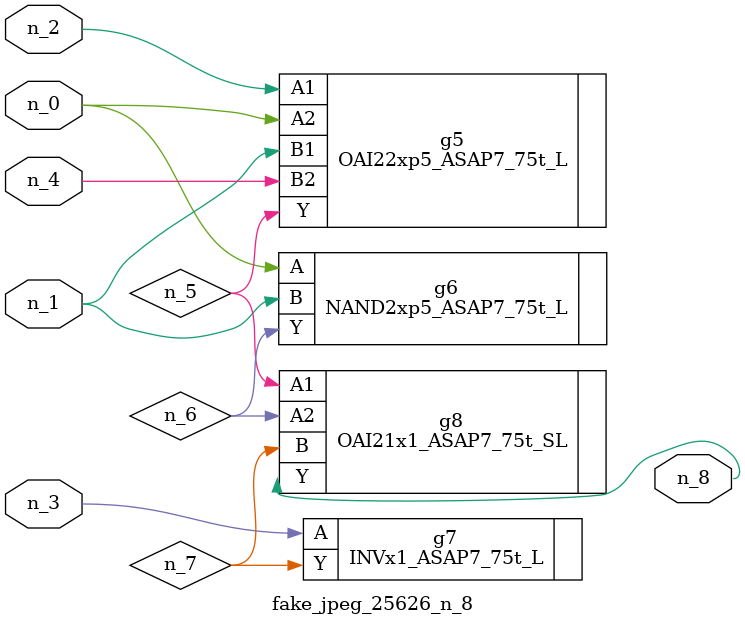
<source format=v>
module fake_jpeg_25626_n_8 (n_3, n_2, n_1, n_0, n_4, n_8);

input n_3;
input n_2;
input n_1;
input n_0;
input n_4;

output n_8;

wire n_6;
wire n_5;
wire n_7;

OAI22xp5_ASAP7_75t_L g5 ( 
.A1(n_2),
.A2(n_0),
.B1(n_1),
.B2(n_4),
.Y(n_5)
);

NAND2xp5_ASAP7_75t_L g6 ( 
.A(n_0),
.B(n_1),
.Y(n_6)
);

INVx1_ASAP7_75t_L g7 ( 
.A(n_3),
.Y(n_7)
);

OAI21x1_ASAP7_75t_SL g8 ( 
.A1(n_5),
.A2(n_6),
.B(n_7),
.Y(n_8)
);


endmodule
</source>
